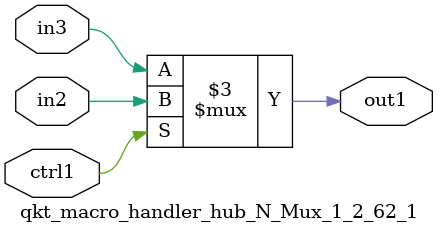
<source format=v>

`timescale 1ps / 1ps


module qkt_macro_handler_hub_N_Mux_1_2_62_1( in3, in2, ctrl1, out1 );

    input in3;
    input in2;
    input ctrl1;
    output out1;
    reg out1;

    
    // rtl_process:qkt_macro_handler_hub_N_Mux_1_2_62_1/qkt_macro_handler_hub_N_Mux_1_2_62_1_thread_1
    always @*
      begin : qkt_macro_handler_hub_N_Mux_1_2_62_1_thread_1
        case (ctrl1) 
          1'b1: 
            begin
              out1 = in2;
            end
          default: 
            begin
              out1 = in3;
            end
        endcase
      end

endmodule


</source>
